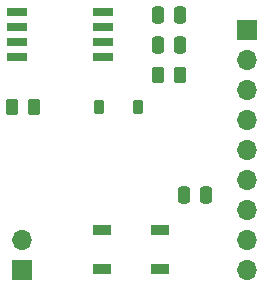
<source format=gbr>
%TF.GenerationSoftware,KiCad,Pcbnew,8.0.7*%
%TF.CreationDate,2025-01-21T12:25:00-05:00*%
%TF.ProjectId,TinyAFireController,54696e79-4146-4697-9265-436f6e74726f,rev?*%
%TF.SameCoordinates,Original*%
%TF.FileFunction,Soldermask,Top*%
%TF.FilePolarity,Negative*%
%FSLAX46Y46*%
G04 Gerber Fmt 4.6, Leading zero omitted, Abs format (unit mm)*
G04 Created by KiCad (PCBNEW 8.0.7) date 2025-01-21 12:25:00*
%MOMM*%
%LPD*%
G01*
G04 APERTURE LIST*
G04 Aperture macros list*
%AMRoundRect*
0 Rectangle with rounded corners*
0 $1 Rounding radius*
0 $2 $3 $4 $5 $6 $7 $8 $9 X,Y pos of 4 corners*
0 Add a 4 corners polygon primitive as box body*
4,1,4,$2,$3,$4,$5,$6,$7,$8,$9,$2,$3,0*
0 Add four circle primitives for the rounded corners*
1,1,$1+$1,$2,$3*
1,1,$1+$1,$4,$5*
1,1,$1+$1,$6,$7*
1,1,$1+$1,$8,$9*
0 Add four rect primitives between the rounded corners*
20,1,$1+$1,$2,$3,$4,$5,0*
20,1,$1+$1,$4,$5,$6,$7,0*
20,1,$1+$1,$6,$7,$8,$9,0*
20,1,$1+$1,$8,$9,$2,$3,0*%
G04 Aperture macros list end*
%ADD10R,1.700000X1.700000*%
%ADD11O,1.700000X1.700000*%
%ADD12R,1.500000X0.900000*%
%ADD13RoundRect,0.250000X-0.262500X-0.450000X0.262500X-0.450000X0.262500X0.450000X-0.262500X0.450000X0*%
%ADD14RoundRect,0.250000X-0.250000X-0.475000X0.250000X-0.475000X0.250000X0.475000X-0.250000X0.475000X0*%
%ADD15RoundRect,0.225000X-0.225000X-0.375000X0.225000X-0.375000X0.225000X0.375000X-0.225000X0.375000X0*%
%ADD16R,1.700000X0.650000*%
G04 APERTURE END LIST*
D10*
%TO.C,J1*%
X137420000Y-113850000D03*
D11*
X137420000Y-111310000D03*
%TD*%
D12*
%TO.C,D3*%
X144130000Y-110420000D03*
X144130000Y-113720000D03*
X149030000Y-113720000D03*
X149030000Y-110420000D03*
%TD*%
D10*
%TO.C,J2*%
X156470000Y-93520000D03*
D11*
X156470000Y-96060000D03*
X156470000Y-98600000D03*
X156470000Y-101140000D03*
X156470000Y-103680000D03*
X156470000Y-106220000D03*
X156470000Y-108760000D03*
X156470000Y-111300000D03*
X156470000Y-113840000D03*
%TD*%
D13*
%TO.C,R1*%
X148930000Y-97330000D03*
X150755000Y-97330000D03*
%TD*%
D14*
%TO.C,C3*%
X148892500Y-94790000D03*
X150792500Y-94790000D03*
%TD*%
%TO.C,C2*%
X148892500Y-92250000D03*
X150792500Y-92250000D03*
%TD*%
D13*
%TO.C,R2*%
X136562500Y-100015000D03*
X138387500Y-100015000D03*
%TD*%
D14*
%TO.C,C1*%
X151075000Y-107490000D03*
X152975000Y-107490000D03*
%TD*%
D15*
%TO.C,D2*%
X143860000Y-100010000D03*
X147160000Y-100010000D03*
%TD*%
D16*
%TO.C,U1*%
X136945000Y-92000000D03*
X136945000Y-93270000D03*
X136945000Y-94540000D03*
X136945000Y-95810000D03*
X144245000Y-95810000D03*
X144245000Y-94540000D03*
X144245000Y-93270000D03*
X144245000Y-92000000D03*
%TD*%
M02*

</source>
